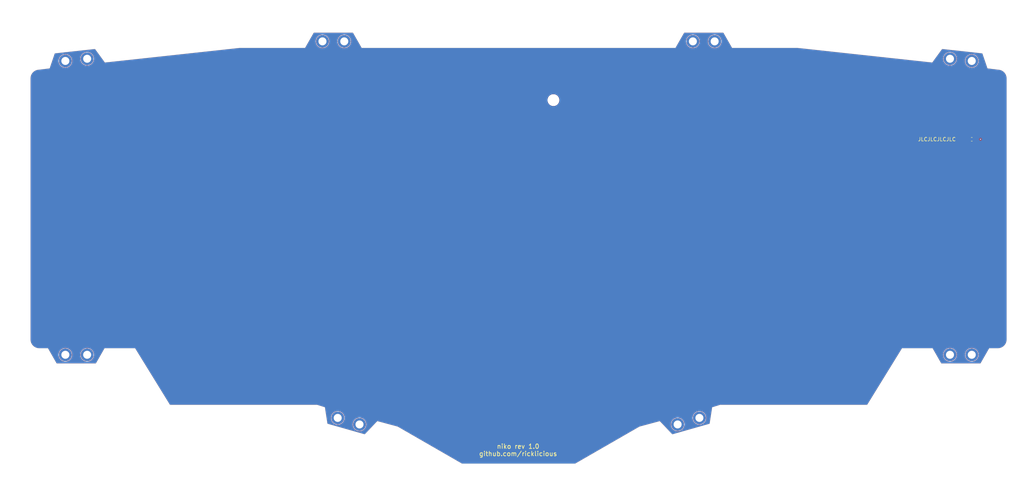
<source format=kicad_pcb>
(kicad_pcb (version 20171130) (host pcbnew "(5.1.4-0)")
  (layers (0 F.Cu signal) (31 B.Cu signal) (34 B.Paste user) (35 F.Paste user) (36 B.SilkS user) (37 F.SilkS user) (38 B.Mask user) (39 F.Mask user) (44 Edge.Cuts user))
  (net 0 "")
  (net 1 GND)
  (net 2 "Net-(R1-Pad2)")
  (module random-keyboard-parts:Generic-Mounthole (layer F.Cu) (at 247.056322 176.212604)
    (fp_text reference H15)
    (fp_text value MountingHole)
    (pad 1 thru_hole circle (at 0 0) (size 3.5 3.5) (drill 2.2) (layers *.Cu *.Mask))
  )
  (module random-keyboard-parts:Generic-Mounthole (layer F.Cu) (at 315.517202 158.948556)
    (fp_text reference H17)
    (fp_text value MountingHole)
    (pad 1 thru_hole circle (at 0 0) (size 3.5 3.5) (drill 2.2) (layers *.Cu *.Mask))
  )
  (module random-keyboard-parts:Generic-Mounthole (layer F.Cu) (at 315.517202 77.986124)
    (fp_text reference H16)
    (fp_text value MountingHole)
    (pad 1 thru_hole circle (at 0 0) (size 3.5 3.5) (drill 2.2) (layers *.Cu *.Mask))
  )
  (module random-keyboard-parts:Generic-Mounthole (layer F.Cu) (at 251.223506 73.223628)
    (fp_text reference H14)
    (fp_text value MountingHole)
    (pad 1 thru_hole circle (at 0 0) (size 3.5 3.5) (drill 2.2) (layers *.Cu *.Mask))
  )
  (module random-keyboard-parts:Generic-Mounthole (layer F.Cu) (at 148.23453 176.212604)
    (fp_text reference H13)
    (fp_text value MountingHole)
    (pad 1 thru_hole circle (at 0 0) (size 3.5 3.5) (drill 2.2) (layers *.Cu *.Mask))
  )
  (module random-keyboard-parts:Generic-Mounthole (layer F.Cu) (at 79.77365 158.948556)
    (fp_text reference H12)
    (fp_text value MountingHole)
    (pad 1 thru_hole circle (at 0 0) (size 3.5 3.5) (drill 2.2) (layers *.Cu *.Mask))
  )
  (module random-keyboard-parts:Generic-Mounthole (layer F.Cu) (at 144.067346 73.223628)
    (fp_text reference H11)
    (fp_text value MountingHole)
    (pad 1 thru_hole circle (at 0 0) (size 3.5 3.5) (drill 2.2) (layers *.Cu *.Mask))
  )
  (module random-keyboard-parts:Generic-Mounthole (layer F.Cu) (at 79.77365 77.986124)
    (fp_text reference H10)
    (fp_text value MountingHole)
    (pad 1 thru_hole circle (at 0 0) (size 3.5 3.5) (drill 2.2) (layers *.Cu *.Mask))
  )
  (module MountingHole:MountingHole_3mm (layer F.Cu) (at 207.170418 89.297052)
    (fp_text reference H9)
    (fp_text value MountingHole)
    (pad 1 np_thru_hole circle (at 0 0) (size 3 3) (drill 3) (layers *.Cu *.Mask))
  )
  (module random-keyboard-parts:Generic-Mounthole (layer F.Cu) (at 73.81906 78.581436)
    (fp_text reference H1)
    (fp_text value MountingHole)
    (pad 1 thru_hole circle (at 0 0) (size 3.5 3.5) (drill 2.2) (layers *.Cu *.Mask))
  )
  (module Keeb_footprints:MX100_outline (layer F.Cu) (at 197.64458 146.447085)
    (fp_text reference U61)
    (fp_text value HOLE)
  )
  (module Keeb_footprints:MX100_outline (layer F.Cu) (at 321.4701 90.48788)
    (fp_text reference U60)
    (fp_text value HOLE)
  )
  (module Keeb_footprints:MX100_outline (layer F.Cu) (at 302.42002 90.48788)
    (fp_text reference U59)
    (fp_text value HOLE)
  )
  (module Keeb_footprints:MX100_outline (layer F.Cu) (at 283.36994 86.91599)
    (fp_text reference U58)
    (fp_text value HOLE)
  )
  (module Keeb_footprints:MX100_outline (layer F.Cu) (at 264.31986 84.53473)
    (fp_text reference U57)
    (fp_text value HOLE)
  )
  (module Keeb_footprints:MX100_outline (layer F.Cu) (at 245.26978 86.91599)
    (fp_text reference U56)
    (fp_text value HOLE)
  )
  (module Keeb_footprints:MX100_outline (layer F.Cu) (at 226.2197 89.29725)
    (fp_text reference U55)
    (fp_text value HOLE)
  )
  (module Keeb_footprints:MX100_outline (layer F.Cu) (at 169.06946 89.29725)
    (fp_text reference U54)
    (fp_text value HOLE)
  )
  (module Keeb_footprints:MX100_outline (layer F.Cu) (at 150.01938 86.91599)
    (fp_text reference U53)
    (fp_text value HOLE)
  )
  (module Keeb_footprints:MX100_outline (layer F.Cu) (at 130.9693 84.53473)
    (fp_text reference U52)
    (fp_text value HOLE)
  )
  (module Keeb_footprints:MX100_outline (layer F.Cu) (at 111.91922 86.91599)
    (fp_text reference U51)
    (fp_text value HOLE)
  )
  (module Keeb_footprints:MX100_outline (layer F.Cu) (at 92.86914 90.48788)
    (fp_text reference U50)
    (fp_text value HOLE)
  )
  (module Keeb_footprints:MX100_outline (layer F.Cu) (at 73.81906 90.48788)
    (fp_text reference U49)
    (fp_text value HOLE)
  )
  (module Keeb_footprints:MX100_outline (layer F.Cu) (at 283.36994 163.11631)
    (fp_text reference U46)
    (fp_text value HOLE)
  )
  (module Keeb_footprints:MX100_outline (layer F.Cu) (at 264.31986 160.73505)
    (fp_text reference U45)
    (fp_text value HOLE)
  )
  (module Keeb_footprints:MX100_outline (layer F.Cu) (at 238.126 166.6882 195)
    (fp_text reference U44)
    (fp_text value HOLE)
  )
  (module Keeb_footprints:MX100_outline (layer F.Cu) (at 214.3134 171.45072 120)
    (fp_text reference U43)
    (fp_text value HOLE)
  )
  (module Keeb_footprints:MX100_outline (layer F.Cu) (at 180.97576 171.45072 60)
    (fp_text reference U42)
    (fp_text value HOLE)
  )
  (module Keeb_footprints:MX100_outline (layer F.Cu) (at 157.16316 166.6882 165)
    (fp_text reference U41)
    (fp_text value HOLE)
  )
  (module Keeb_footprints:MX100_outline (layer F.Cu) (at 130.9693 160.73505)
    (fp_text reference U40)
    (fp_text value HOLE)
  )
  (module Keeb_footprints:MX100_outline (layer F.Cu) (at 111.91922 163.11631)
    (fp_text reference U39)
    (fp_text value HOLE)
  )
  (module Keeb_footprints:MX100_outline (layer F.Cu) (at 321.4701 147.63812)
    (fp_text reference U36)
    (fp_text value HOLE)
  )
  (module Keeb_footprints:MX100_outline (layer F.Cu) (at 302.42002 147.63812)
    (fp_text reference U35)
    (fp_text value HOLE)
  )
  (module Keeb_footprints:MX100_outline (layer F.Cu) (at 283.36994 144.06623)
    (fp_text reference U34)
    (fp_text value HOLE)
  )
  (module Keeb_footprints:MX100_outline (layer F.Cu) (at 264.31986 141.68497)
    (fp_text reference U33)
    (fp_text value HOLE)
  )
  (module Keeb_footprints:MX100_outline (layer F.Cu) (at 245.26978 144.06623)
    (fp_text reference U32)
    (fp_text value HOLE)
  )
  (module Keeb_footprints:MX100_outline (layer F.Cu) (at 226.2197 146.44749)
    (fp_text reference U31)
    (fp_text value HOLE)
  )
  (module Keeb_footprints:MX100_outline (layer F.Cu) (at 169.06946 146.44749)
    (fp_text reference U30)
    (fp_text value HOLE)
  )
  (module Keeb_footprints:MX100_outline (layer F.Cu) (at 150.01938 144.06623)
    (fp_text reference U29)
    (fp_text value HOLE)
  )
  (module Keeb_footprints:MX100_outline (layer F.Cu) (at 130.9693 141.68497)
    (fp_text reference U28)
    (fp_text value HOLE)
  )
  (module Keeb_footprints:MX100_outline (layer F.Cu) (at 111.91922 144.06623)
    (fp_text reference U27)
    (fp_text value HOLE)
  )
  (module Keeb_footprints:MX100_outline (layer F.Cu) (at 92.86914 147.63812)
    (fp_text reference U26)
    (fp_text value HOLE)
  )
  (module Keeb_footprints:MX100_outline (layer F.Cu) (at 73.81906 147.63812)
    (fp_text reference U25)
    (fp_text value HOLE)
  )
  (module Keeb_footprints:MX100_outline (layer F.Cu) (at 321.4701 128.58804)
    (fp_text reference U24)
    (fp_text value HOLE)
  )
  (module Keeb_footprints:MX100_outline (layer F.Cu) (at 302.42002 128.58804)
    (fp_text reference U23)
    (fp_text value HOLE)
  )
  (module Keeb_footprints:MX100_outline (layer F.Cu) (at 283.36994 125.01615)
    (fp_text reference U22)
    (fp_text value HOLE)
  )
  (module Keeb_footprints:MX100_outline (layer F.Cu) (at 264.31986 122.63489)
    (fp_text reference U21)
    (fp_text value HOLE)
  )
  (module Keeb_footprints:MX100_outline (layer F.Cu) (at 245.26978 125.01615)
    (fp_text reference U20)
    (fp_text value HOLE)
  )
  (module Keeb_footprints:MX100_outline (layer F.Cu) (at 226.2197 127.39741)
    (fp_text reference U19)
    (fp_text value HOLE)
  )
  (module Keeb_footprints:MX100_outline (layer F.Cu) (at 169.06946 127.39741)
    (fp_text reference U18)
    (fp_text value HOLE)
  )
  (module Keeb_footprints:MX100_outline (layer F.Cu) (at 150.01938 125.01615)
    (fp_text reference U17)
    (fp_text value HOLE)
  )
  (module Keeb_footprints:MX100_outline (layer F.Cu) (at 130.9693 122.63489)
    (fp_text reference U16)
    (fp_text value HOLE)
  )
  (module Keeb_footprints:MX100_outline (layer F.Cu) (at 111.91922 125.01615)
    (fp_text reference U15)
    (fp_text value HOLE)
  )
  (module Keeb_footprints:MX100_outline (layer F.Cu) (at 92.86914 128.58804)
    (fp_text reference U14)
    (fp_text value HOLE)
  )
  (module Keeb_footprints:MX100_outline (layer F.Cu) (at 73.81906 128.58804)
    (fp_text reference U13)
    (fp_text value HOLE)
  )
  (module Keeb_footprints:MX100_outline (layer F.Cu) (at 321.4701 109.53796)
    (fp_text reference U12)
    (fp_text value HOLE)
  )
  (module Keeb_footprints:MX100_outline (layer F.Cu) (at 302.42002 109.53796)
    (fp_text reference U11)
    (fp_text value HOLE)
  )
  (module Keeb_footprints:MX100_outline (layer F.Cu) (at 283.36994 105.96607)
    (fp_text reference U10)
    (fp_text value HOLE)
  )
  (module Keeb_footprints:MX100_outline (layer F.Cu) (at 264.31986 103.58481)
    (fp_text reference U9)
    (fp_text value HOLE)
  )
  (module Keeb_footprints:MX100_outline (layer F.Cu) (at 245.26978 105.96607)
    (fp_text reference U8)
    (fp_text value HOLE)
  )
  (module Keeb_footprints:MX100_outline (layer F.Cu) (at 226.2197 108.34733)
    (fp_text reference U7)
    (fp_text value HOLE)
  )
  (module Keeb_footprints:MX100_outline (layer F.Cu) (at 169.06946 108.34733)
    (fp_text reference U6)
    (fp_text value HOLE)
  )
  (module Keeb_footprints:MX100_outline (layer F.Cu) (at 150.01938 105.96607)
    (fp_text reference U5)
    (fp_text value HOLE)
  )
  (module Keeb_footprints:MX100_outline (layer F.Cu) (at 130.9693 103.58481)
    (fp_text reference U4)
    (fp_text value HOLE)
  )
  (module Keeb_footprints:MX100_outline (layer F.Cu) (at 111.91922 105.96607)
    (fp_text reference U3)
    (fp_text value HOLE)
  )
  (module Keeb_footprints:MX100_outline (layer F.Cu) (at 92.86914 109.53796)
    (fp_text reference U2)
    (fp_text value HOLE)
  )
  (module Keeb_footprints:MX100_outline (layer F.Cu) (at 73.81906 109.53796)
    (fp_text reference U1)
    (fp_text value HOLE)
  )
  (module Resistor_SMD:R_0603_1608Metric_Pad1.05x0.95mm_HandSolder (layer F.Cu) (at 321.470285 100.012626 180)
    (fp_text reference R1)
    (fp_text value R_Small)
    (fp_line (start -0.171267 0.51) (end 0.171267 0.51) (layer F.SilkS) (width 0.12))
    (fp_line (start -0.171267 -0.51) (end 0.171267 -0.51) (layer F.SilkS) (width 0.12))
    (pad 2 smd roundrect (at 0.875 0 180) (size 1.05 0.95) (layers F.Cu F.Paste F.Mask) (net 2 "Net-(R1-Pad2)"))
    (pad 1 smd roundrect (at -0.875 0 180) (size 1.05 0.95) (layers F.Cu F.Paste F.Mask) (net 1 GND))
  )
  (module random-keyboard-parts:Generic-Mounthole (layer F.Cu) (at 73.82004 158.948739)
    (fp_text reference H2)
    (fp_text value MountingHole)
    (pad 1 thru_hole circle (at 0 0) (size 3.5 3.5) (drill 2.2) (layers *.Cu *.Mask))
  )
  (module random-keyboard-parts:Generic-Mounthole (layer F.Cu) (at 150.01938 73.223743)
    (fp_text reference H3)
    (fp_text value MountingHole)
    (pad 1 thru_hole circle (at 0 0) (size 3.5 3.5) (drill 2.2) (layers *.Cu *.Mask))
  )
  (module random-keyboard-parts:Generic-Mounthole (layer F.Cu) (at 154.187295 177.998755)
    (fp_text reference H4)
    (fp_text value MountingHole)
    (pad 1 thru_hole circle (at 0 0) (size 3.5 3.5) (drill 2.2) (layers *.Cu *.Mask))
  )
  (module random-keyboard-parts:Generic-Mounthole (layer F.Cu) (at 245.26978 73.223743)
    (fp_text reference H5)
    (fp_text value MountingHole)
    (pad 1 thru_hole circle (at 0 0) (size 3.5 3.5) (drill 2.2) (layers *.Cu *.Mask))
  )
  (module random-keyboard-parts:Generic-Mounthole (layer F.Cu) (at 241.102993 177.998755)
    (fp_text reference H6)
    (fp_text value MountingHole)
    (pad 1 thru_hole circle (at 0 0) (size 3.5 3.5) (drill 2.2) (layers *.Cu *.Mask))
  )
  (module random-keyboard-parts:Generic-Mounthole (layer F.Cu) (at 321.470256 78.581436)
    (fp_text reference H7)
    (fp_text value MountingHole)
    (pad 1 thru_hole circle (at 0 0) (size 3.5 3.5) (drill 2.2) (layers *.Cu *.Mask))
  )
  (module random-keyboard-parts:Generic-Mounthole (layer F.Cu) (at 321.4701 158.948675)
    (fp_text reference H8)
    (fp_text value MountingHole)
    (pad 1 thru_hole circle (at 0 0) (size 3.5 3.5) (drill 2.2) (layers *.Cu *.Mask))
  )
  (gr_line (start 313.365932 75.306404) (end 310.665932 79.006404) (layer Edge.Cuts) (width 0.05))
  (gr_line (start 324.365932 76.506404) (end 313.365932 75.306404) (layer Edge.Cuts) (width 0.05))
  (gr_line (start 310.665932 79.006404) (end 273.844262 75.00955) (layer Edge.Cuts) (width 0.05))
  (gr_line (start 325.765932 80.606404) (end 328.614062 80.96268) (layer Edge.Cuts) (width 0.05))
  (gr_line (start 324.365932 76.506404) (end 325.765932 80.606404) (layer Edge.Cuts) (width 0.05))
  (gr_line (start 70.92341 76.50646) (end 69.52341 80.60646) (layer Edge.Cuts) (width 0.05))
  (gr_line (start 81.92341 75.30646) (end 84.62341 79.00646) (layer Edge.Cuts) (width 0.05))
  (gr_line (start 70.92341 76.50646) (end 81.92341 75.30646) (layer Edge.Cuts) (width 0.05))
  (gr_line (start 236.22341 177.10646) (end 239.650146 180.709692) (layer Edge.Cuts) (width 0.05))
  (gr_line (start 239.650146 180.709692) (end 249.850146 177.809692) (layer Edge.Cuts) (width 0.05))
  (gr_line (start 249.850146 177.809692) (end 250.550146 173.309692) (layer Edge.Cuts) (width 0.05))
  (gr_line (start 250.550146 173.309692) (end 252.711222 172.64137) (layer Edge.Cuts) (width 0.05))
  (gr_line (start 236.22341 177.10646) (end 230.684678 178.593852) (layer Edge.Cuts) (width 0.05))
  (gr_line (start 144.72341 173.30646) (end 142.579066 172.640732) (layer Edge.Cuts) (width 0.05))
  (gr_line (start 145.42341 177.80646) (end 144.72341 173.30646) (layer Edge.Cuts) (width 0.05))
  (gr_line (start 155.62341 180.70646) (end 145.42341 177.80646) (layer Edge.Cuts) (width 0.05))
  (gr_line (start 159.050146 177.103228) (end 155.62341 180.70646) (layer Edge.Cuts) (width 0.05))
  (gr_line (start 69.058034 157.16262) (end 71.439282 161.329804) (layer Edge.Cuts) (width 0.05))
  (gr_line (start 82.154898 161.329804) (end 84.536146 157.16262) (layer Edge.Cuts) (width 0.05))
  (gr_line (start 71.439282 161.329804) (end 82.154898 161.329804) (layer Edge.Cuts) (width 0.05))
  (gr_line (start 154.782962 75.009564) (end 152.401714 70.84238) (layer Edge.Cuts) (width 0.05))
  (gr_line (start 141.686098 70.84238) (end 139.30485 75.009564) (layer Edge.Cuts) (width 0.05))
  (gr_line (start 152.401714 70.84238) (end 141.686098 70.84238) (layer Edge.Cuts) (width 0.05))
  (gr_line (start 255.986002 75.009564) (end 253.604754 70.84238) (layer Edge.Cuts) (width 0.05))
  (gr_line (start 242.889138 70.84238) (end 240.50789 75.009564) (layer Edge.Cuts) (width 0.05))
  (gr_line (start 253.604754 70.84238) (end 242.889138 70.84238) (layer Edge.Cuts) (width 0.05))
  (gr_line (start 323.85157 161.329804) (end 326.232818 157.16262) (layer Edge.Cuts) (width 0.05))
  (gr_line (start 313.135954 161.329804) (end 323.85157 161.329804) (layer Edge.Cuts) (width 0.05))
  (gr_line (start 310.754706 157.16262) (end 313.135954 161.329804) (layer Edge.Cuts) (width 0.05))
  (gr_line (start 292.896116 172.64135) (end 302.42002 157.16316) (layer Edge.Cuts) (width 0.05))
  (gr_line (start 310.754706 157.16262) (end 302.42002 157.16316) (layer Edge.Cuts) (width 0.05))
  (gr_line (start 213.123282 188.714389) (end 230.684678 178.593852) (layer Edge.Cuts) (width 0.05))
  (gr_line (start 252.711222 172.640732) (end 292.895346 172.640732) (layer Edge.Cuts) (width 0.05))
  (gr_arc (start 66.67528 83.343988) (end 66.67528 80.962736) (angle -90) (layer Edge.Cuts) (width 0.05))
  (gr_line (start 69.52341 80.60646) (end 66.67528 80.962736) (layer Edge.Cuts) (width 0.05))
  (gr_line (start 142.579066 172.640732) (end 102.39418 172.64135) (layer Edge.Cuts) (width 0.05))
  (gr_line (start 182.167006 188.714389) (end 164.60561 178.593852) (layer Edge.Cuts) (width 0.05))
  (gr_line (start 159.050146 177.103228) (end 164.60561 178.593852) (layer Edge.Cuts) (width 0.05))
  (gr_line (start 139.30485 75.009606) (end 121.44508 75.009606) (layer Edge.Cuts) (width 0.05))
  (gr_line (start 255.986002 75.009564) (end 273.845216 75.009606) (layer Edge.Cuts) (width 0.05))
  (gr_line (start 84.536146 157.1628) (end 92.86914 157.16316) (layer Edge.Cuts) (width 0.05))
  (gr_line (start 69.058034 157.16262) (end 66.67528 157.16316) (layer Edge.Cuts) (width 0.05))
  (gr_line (start 102.39418 172.64135) (end 92.86914 157.16316) (layer Edge.Cuts) (width 0.05))
  (gr_arc (start 66.67528 154.781908) (end 64.294028 154.781908) (angle -90) (layer Edge.Cuts) (width 0.05))
  (gr_arc (start 328.614012 83.343988) (end 330.995264 83.343988) (angle -90) (layer Edge.Cuts) (width 0.05))
  (gr_arc (start 328.614036 154.781484) (end 328.614036 157.162736) (angle -90) (layer Edge.Cuts) (width 0.05))
  (gr_line (start 213.123282 188.714389) (end 182.167006 188.714156) (layer Edge.Cuts) (width 0.05))
  (gr_line (start 328.614036 157.162736) (end 326.232818 157.1628) (layer Edge.Cuts) (width 0.05))
  (gr_line (start 154.782962 75.009564) (end 240.50789 75.009606) (layer Edge.Cuts) (width 0.05))
  (gr_line (start 84.62341 79.00646) (end 121.44508 75.009606) (layer Edge.Cuts) (width 0.05))
  (gr_line (start 330.995288 154.781484) (end 330.995264 83.343988) (layer Edge.Cuts) (width 0.05))
  (gr_line (start 64.294028 83.343988) (end 64.29402 154.7819) (layer Edge.Cuts) (width 0.05))
  (gr_text JLCJLCJLCJLC (at 311.945285 100.01271) (layer F.SilkS) (effects (font (size 1 1))))
  (gr_text "niko rev 1.0\ngithub.com/ricklicious" (at 197.52341 185.00646) (layer F.SilkS) (effects (font (size 1.25 1.25) (thickness 0.2))))
  (via (at 323.851535 100.012626) (size 0.5) (drill 0.25) (layers F.Cu B.Cu) (net 1))
  (segment (start 322.345285 100.012626) (end 323.851535 100.012626) (width 0.25) (layer F.Cu) (net 1))
  (zone (net 1) (net_name GND) (layer F.Cu) (connect_pads (clearance 0)) (min_thickness 0.254) (fill yes (arc_segments 32) (thermal_gap 0.508) (thermal_bridge_width 0.508))
    (polygon (pts (xy 335.75776 61.91272) (xy 335.75776 192.88158) (xy 55.96091 192.88146) (xy 55.96091 61.91271)))
  )
  (zone (net 0) (net_name "") (layer B.Cu) (connect_pads (clearance 0)) (min_thickness 0.254) (fill yes (arc_segments 32) (thermal_gap 0.508) (thermal_bridge_width 0.508))
    (polygon (pts (xy 335.75776 61.91272) (xy 335.75776 192.88158) (xy 55.96091 192.88146) (xy 55.96091 61.91271)))
  )
)
</source>
